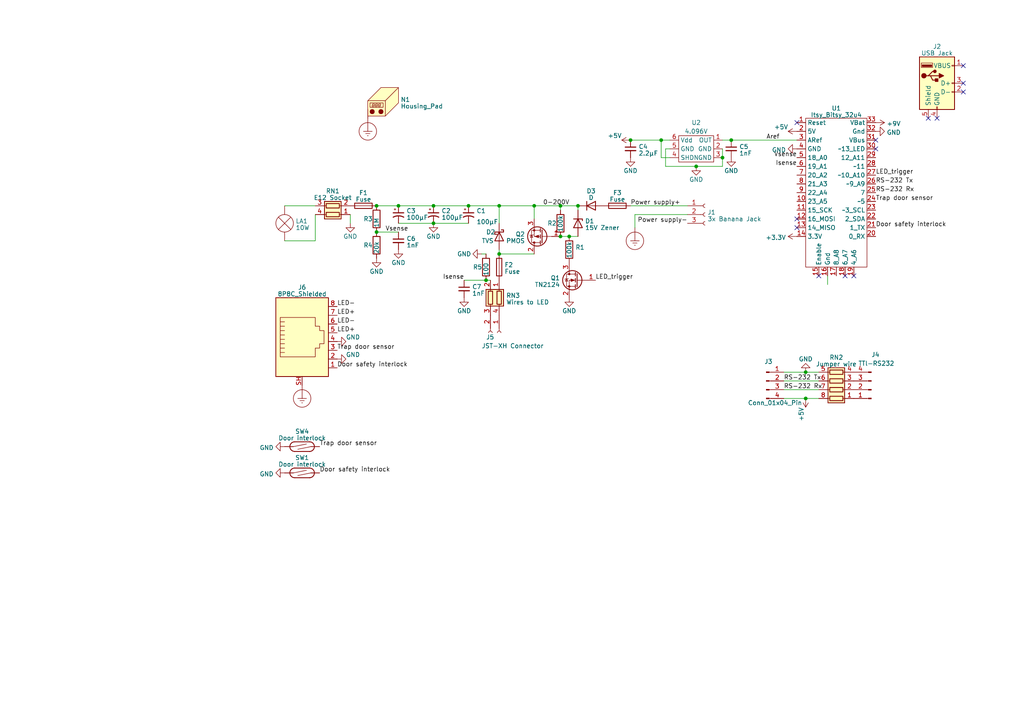
<source format=kicad_sch>
(kicad_sch (version 20230121) (generator eeschema)
  (paper "A4")
  (lib_symbols
    (symbol "Connector:8P8C_Shielded" (pin_names (offset 1.016))
      (property "Reference" "J" (at -5.08 13.97 0))
      (property "Value" "8P8C_Shielded" (at 2.54 13.97 0))
      (symbol "8P8C_Shielded_0_1"
        (polyline (pts (xy -5.08 4.445) (xy -6.35 4.445)))
        (polyline (pts (xy -5.08 5.715) (xy -6.35 5.715)))
        (polyline (pts (xy -6.35 -3.175) (xy -5.08 -3.175) (xy -5.08 -3.175)))
        (polyline (pts (xy -6.35 -1.905) (xy -5.08 -1.905) (xy -5.08 -1.905)))
        (polyline (pts (xy -6.35 -0.635) (xy -5.08 -0.635) (xy -5.08 -0.635)))
        (polyline (pts (xy -6.35 0.635) (xy -5.08 0.635) (xy -5.08 0.635)))
        (polyline (pts (xy -6.35 1.905) (xy -5.08 1.905) (xy -5.08 1.905)))
        (polyline (pts (xy -5.08 3.175) (xy -6.35 3.175) (xy -6.35 3.175)))
        (polyline (pts (xy -6.35 -4.445) (xy -6.35 6.985) (xy 3.81 6.985) (xy 3.81 4.445) (xy 5.08 4.445) (xy 5.08 3.175) (xy 6.35 3.175) (xy 6.35 -0.635) (xy 5.08 -0.635) (xy 5.08 -1.905) (xy 3.81 -1.905) (xy 3.81 -4.445) (xy -6.35 -4.445) (xy -6.35 -4.445)))
        (rectangle (start 7.62 12.7) (end -7.62 -10.16) (stroke (width 0.254)) (fill (type background)))
      )
      (symbol "8P8C_Shielded_1_1"
        (pin passive line (at 10.16 -7.62 180) (length 2.54) (name "~") (number "1"))
        (pin passive line (at 10.16 -5.08 180) (length 2.54) (name "~") (number "2"))
        (pin passive line (at 10.16 -2.54 180) (length 2.54) (name "~") (number "3"))
        (pin passive line (at 10.16 0 180) (length 2.54) (name "~") (number "4"))
        (pin passive line (at 10.16 2.54 180) (length 2.54) (name "~") (number "5"))
        (pin passive line (at 10.16 5.08 180) (length 2.54) (name "~") (number "6"))
        (pin passive line (at 10.16 7.62 180) (length 2.54) (name "~") (number "7"))
        (pin passive line (at 10.16 10.16 180) (length 2.54) (name "~") (number "8"))
        (pin passive line (at 0 -12.7 90) (length 2.54) (name "~") (number "SH"))
      )
    )
    (symbol "Connector:Conn_01x02_Socket" (pin_names (offset 1.016) hide)
      (property "Reference" "J" (at 0 2.54 0))
      (property "Value" "Conn_01x02_Socket" (at 0 -5.08 0))
      (symbol "Conn_01x02_Socket_1_1"
        (arc (start 0 -2.032) (mid -0.5058 -2.54) (end 0 -3.048) (stroke (width 0.1524)))
        (polyline (pts (xy -1.27 -2.54) (xy -0.508 -2.54)) (stroke (width 0.1524)))
        (polyline (pts (xy -1.27 0) (xy -0.508 0)) (stroke (width 0.1524)))
        (arc (start 0 0.508) (mid -0.5058 0) (end 0 -0.508) (stroke (width 0.1524)))
        (pin passive line (at -5.08 0 0) (length 3.81) (name "Pin_1") (number "1"))
        (pin passive line (at -5.08 -2.54 0) (length 3.81) (name "Pin_2") (number "2"))
      )
    )
    (symbol "Connector:Conn_01x03_Socket" (pin_names (offset 1.016) hide)
      (property "Reference" "J" (at 0 5.08 0))
      (property "Value" "Conn_01x03_Socket" (at 0 -5.08 0))
      (symbol "Conn_01x03_Socket_1_1"
        (arc (start 0 -2.032) (mid -0.5058 -2.54) (end 0 -3.048) (stroke (width 0.1524)))
        (polyline (pts (xy -1.27 -2.54) (xy -0.508 -2.54)) (stroke (width 0.1524)))
        (polyline (pts (xy -1.27 0) (xy -0.508 0)) (stroke (width 0.1524)))
        (polyline (pts (xy -1.27 2.54) (xy -0.508 2.54)) (stroke (width 0.1524)))
        (arc (start 0 0.508) (mid -0.5058 0) (end 0 -0.508) (stroke (width 0.1524)))
        (arc (start 0 3.048) (mid -0.5058 2.54) (end 0 2.032) (stroke (width 0.1524)))
        (pin passive line (at -5.08 2.54 0) (length 3.81) (name "Pin_1") (number "1"))
        (pin passive line (at -5.08 0 0) (length 3.81) (name "Pin_2") (number "2"))
        (pin passive line (at -5.08 -2.54 0) (length 3.81) (name "Pin_3") (number "3"))
      )
    )
    (symbol "Connector:Conn_01x04_Pin" (pin_names (offset 1.016) hide)
      (property "Reference" "J" (at 0 5.08 0))
      (property "Value" "Conn_01x04_Pin" (at 0 -7.62 0))
      (symbol "Conn_01x04_Pin_1_1"
        (polyline (pts (xy 1.27 -5.08) (xy 0.8636 -5.08)) (stroke (width 0.1524)))
        (polyline (pts (xy 1.27 -2.54) (xy 0.8636 -2.54)) (stroke (width 0.1524)))
        (polyline (pts (xy 1.27 0) (xy 0.8636 0)) (stroke (width 0.1524)))
        (polyline (pts (xy 1.27 2.54) (xy 0.8636 2.54)) (stroke (width 0.1524)))
        (rectangle (start 0.8636 -4.953) (end 0 -5.207) (stroke (width 0.1524)) (fill (type outline)))
        (rectangle (start 0.8636 -2.413) (end 0 -2.667) (stroke (width 0.1524)) (fill (type outline)))
        (rectangle (start 0.8636 0.127) (end 0 -0.127) (stroke (width 0.1524)) (fill (type outline)))
        (rectangle (start 0.8636 2.667) (end 0 2.413) (stroke (width 0.1524)) (fill (type outline)))
        (pin passive line (at 5.08 2.54 180) (length 3.81) (name "Pin_1") (number "1"))
        (pin passive line (at 5.08 0 180) (length 3.81) (name "Pin_2") (number "2"))
        (pin passive line (at 5.08 -2.54 180) (length 3.81) (name "Pin_3") (number "3"))
        (pin passive line (at 5.08 -5.08 180) (length 3.81) (name "Pin_4") (number "4"))
      )
    )
    (symbol "Connector:USB_A" (pin_names (offset 1.016))
      (property "Reference" "J" (at -5.08 11.43 0))
      (property "Value" "USB_A" (at -5.08 8.89 0))
      (symbol "USB_A_0_1"
        (rectangle (start -5.08 -7.62) (end 5.08 7.62) (stroke (width 0.254)) (fill (type background)))
        (circle (center -3.81 2.159) (radius 0.635) (stroke (width 0.254)) (fill (type outline)))
        (rectangle (start -1.524 4.826) (end -4.318 5.334) (fill (type outline)))
        (rectangle (start -1.27 4.572) (end -4.572 5.842))
        (circle (center -0.635 3.429) (radius 0.381) (stroke (width 0.254)) (fill (type outline)))
        (rectangle (start -0.127 -7.62) (end 0.127 -6.858))
        (polyline (pts (xy -3.175 2.159) (xy -2.54 2.159) (xy -1.27 3.429) (xy -0.635 3.429)) (stroke (width 0.254)))
        (polyline (pts (xy -2.54 2.159) (xy -1.905 2.159) (xy -1.27 0.889) (xy 0 0.889)) (stroke (width 0.254)))
        (polyline (pts (xy 0.635 2.794) (xy 0.635 1.524) (xy 1.905 2.159) (xy 0.635 2.794)) (stroke (width 0.254)) (fill (type outline)))
        (rectangle (start 0.254 1.27) (end -0.508 0.508) (stroke (width 0.254)) (fill (type outline)))
        (rectangle (start 5.08 -2.667) (end 4.318 -2.413))
        (rectangle (start 5.08 -0.127) (end 4.318 0.127))
        (rectangle (start 5.08 4.953) (end 4.318 5.207))
      )
      (symbol "USB_A_1_1"
        (polyline (pts (xy -1.905 2.159) (xy 0.635 2.159)) (stroke (width 0.254)))
        (pin power_in line (at 7.62 5.08 180) (length 2.54) (name "VBUS") (number "1"))
        (pin bidirectional line (at 7.62 -2.54 180) (length 2.54) (name "D-") (number "2"))
        (pin bidirectional line (at 7.62 0 180) (length 2.54) (name "D+") (number "3"))
        (pin power_in line (at 0 -10.16 90) (length 2.54) (name "GND") (number "4"))
        (pin passive line (at -2.54 -10.16 90) (length 2.54) (name "Shield") (number "5"))
      )
    )
    (symbol "Custom:Vref"
      (property "Reference" "U" (at 0 0 0))
      (symbol "Vref_0_1"
        (rectangle (start -3.81 -1.27) (end 6.35 -8.89))
      )
      (symbol "Vref_1_1"
        (pin input line (at -6.35 -2.54 0) (length 2.54) (name "OUT") (number "1"))
        (pin input line (at -6.35 -5.08 0) (length 2.54) (name "GND") (number "2"))
        (pin input line (at -6.35 -7.62 0) (length 2.54) (name "GND") (number "3"))
        (pin input line (at 8.89 -7.62 180) (length 2.54) (name "SHDN") (number "4"))
        (pin input line (at 8.89 -5.08 180) (length 2.54) (name "GND") (number "5"))
        (pin input line (at 8.89 -2.54 180) (length 2.54) (name "Vdd") (number "6"))
      )
    )
    (symbol "Device:C_Polarized_Small_US" (pin_numbers hide) (pin_names (offset 0.254) hide)
      (property "Reference" "C" (at 0.254 1.778 0))
      (property "Value" "C_Polarized_Small_US" (at 0.254 -2.032 0))
      (symbol "C_Polarized_Small_US_0_1"
        (polyline (pts (xy -1.524 0.508) (xy 1.524 0.508)) (stroke (width 0.3048)))
        (polyline (pts (xy -1.27 1.524) (xy -0.762 1.524)))
        (polyline (pts (xy -1.016 1.27) (xy -1.016 1.778)))
        (arc (start 1.524 -0.762) (mid 0 -0.3734) (end -1.524 -0.762) (stroke (width 0.3048)))
      )
      (symbol "C_Polarized_Small_US_1_1"
        (pin passive line (at 0 2.54 270) (length 2.032) (name "~") (number "1"))
        (pin passive line (at 0 -2.54 90) (length 2.032) (name "~") (number "2"))
      )
    )
    (symbol "Device:C_Small" (pin_numbers hide) (pin_names (offset 0.254) hide)
      (property "Reference" "C" (at 0.254 1.778 0))
      (property "Value" "C_Small" (at 0.254 -2.032 0))
      (symbol "C_Small_0_1"
        (polyline (pts (xy -1.524 -0.508) (xy 1.524 -0.508)) (stroke (width 0.3302)))
        (polyline (pts (xy -1.524 0.508) (xy 1.524 0.508)) (stroke (width 0.3048)))
      )
      (symbol "C_Small_1_1"
        (pin passive line (at 0 2.54 270) (length 2.032) (name "~") (number "1"))
        (pin passive line (at 0 -2.54 90) (length 2.032) (name "~") (number "2"))
      )
    )
    (symbol "Device:D" (pin_numbers hide) (pin_names (offset 1.016) hide)
      (property "Reference" "D" (at 0 2.54 0))
      (property "Value" "D" (at 0 -2.54 0))
      (symbol "D_0_1"
        (polyline (pts (xy -1.27 1.27) (xy -1.27 -1.27)) (stroke (width 0.254)))
        (polyline (pts (xy 1.27 0) (xy -1.27 0)))
        (polyline (pts (xy 1.27 1.27) (xy 1.27 -1.27) (xy -1.27 0) (xy 1.27 1.27)) (stroke (width 0.254)))
      )
      (symbol "D_1_1"
        (pin passive line (at -3.81 0 0) (length 2.54) (name "K") (number "1"))
        (pin passive line (at 3.81 0 180) (length 2.54) (name "A") (number "2"))
      )
    )
    (symbol "Device:D_Schottky" (pin_numbers hide) (pin_names (offset 1.016) hide)
      (property "Reference" "D" (at 0 2.54 0))
      (property "Value" "D_Schottky" (at 0 -2.54 0))
      (symbol "D_Schottky_0_1"
        (polyline (pts (xy 1.27 0) (xy -1.27 0)))
        (polyline (pts (xy 1.27 1.27) (xy 1.27 -1.27) (xy -1.27 0) (xy 1.27 1.27)) (stroke (width 0.254)))
        (polyline (pts (xy -1.905 0.635) (xy -1.905 1.27) (xy -1.27 1.27) (xy -1.27 -1.27) (xy -0.635 -1.27) (xy -0.635 -0.635)) (stroke (width 0.254)))
      )
      (symbol "D_Schottky_1_1"
        (pin passive line (at -3.81 0 0) (length 2.54) (name "K") (number "1"))
        (pin passive line (at 3.81 0 180) (length 2.54) (name "A") (number "2"))
      )
    )
    (symbol "Device:D_Zener" (pin_numbers hide) (pin_names (offset 1.016) hide)
      (property "Reference" "D" (at 0 2.54 0))
      (property "Value" "D_Zener" (at 0 -2.54 0))
      (symbol "D_Zener_0_1"
        (polyline (pts (xy 1.27 0) (xy -1.27 0)))
        (polyline (pts (xy -1.27 -1.27) (xy -1.27 1.27) (xy -0.762 1.27)) (stroke (width 0.254)))
        (polyline (pts (xy 1.27 -1.27) (xy 1.27 1.27) (xy -1.27 0) (xy 1.27 -1.27)) (stroke (width 0.254)))
      )
      (symbol "D_Zener_1_1"
        (pin passive line (at -3.81 0 0) (length 2.54) (name "K") (number "1"))
        (pin passive line (at 3.81 0 180) (length 2.54) (name "A") (number "2"))
      )
    )
    (symbol "Device:Fuse" (pin_numbers hide) (pin_names (offset 0))
      (property "Reference" "F" (at 2.032 0 90))
      (property "Value" "Fuse" (at -1.905 0 90))
      (symbol "Fuse_0_1"
        (rectangle (start -0.762 -2.54) (end 0.762 2.54) (stroke (width 0.254)))
        (polyline (pts (xy 0 2.54) (xy 0 -2.54)))
      )
      (symbol "Fuse_1_1"
        (pin passive line (at 0 3.81 270) (length 1.27) (name "~") (number "1"))
        (pin passive line (at 0 -3.81 90) (length 1.27) (name "~") (number "2"))
      )
    )
    (symbol "Device:Lamp" (pin_numbers hide) (pin_names (offset 0.0254) hide)
      (property "Reference" "LA" (at 0.635 3.81 0))
      (property "Value" "Lamp" (at 0.635 -3.81 0))
      (symbol "Lamp_0_1"
        (polyline (pts (xy -1.778 1.778) (xy 1.778 -1.778)))
        (polyline (pts (xy 1.778 1.778) (xy -1.778 -1.778)))
        (circle (center 0 0) (radius 2.54))
      )
      (symbol "Lamp_1_1"
        (pin passive line (at 0 -5.08 90) (length 2.54) (name "-") (number "1"))
        (pin passive line (at 0 5.08 270) (length 2.54) (name "+") (number "2"))
      )
    )
    (symbol "Device:Q_NMOS_GSD" (pin_names (offset 0) hide)
      (property "Reference" "Q" (at 5.08 1.27 0))
      (property "Value" "Q_NMOS_GSD" (at 5.08 -1.27 0))
      (symbol "Q_NMOS_GSD_0_1"
        (polyline (pts (xy 0.254 0) (xy -2.54 0)))
        (polyline (pts (xy 0.254 1.905) (xy 0.254 -1.905)) (stroke (width 0.254)))
        (polyline (pts (xy 0.762 -1.27) (xy 0.762 -2.286)) (stroke (width 0.254)))
        (polyline (pts (xy 0.762 0.508) (xy 0.762 -0.508)) (stroke (width 0.254)))
        (polyline (pts (xy 0.762 2.286) (xy 0.762 1.27)) (stroke (width 0.254)))
        (polyline (pts (xy 2.54 2.54) (xy 2.54 1.778)))
        (polyline (pts (xy 2.54 -2.54) (xy 2.54 0) (xy 0.762 0)))
        (polyline (pts (xy 0.762 -1.778) (xy 3.302 -1.778) (xy 3.302 1.778) (xy 0.762 1.778)))
        (polyline (pts (xy 1.016 0) (xy 2.032 0.381) (xy 2.032 -0.381) (xy 1.016 0)) (fill (type outline)))
        (polyline (pts (xy 2.794 0.508) (xy 2.921 0.381) (xy 3.683 0.381) (xy 3.81 0.254)))
        (polyline (pts (xy 3.302 0.381) (xy 2.921 -0.254) (xy 3.683 -0.254) (xy 3.302 0.381)))
        (circle (center 1.651 0) (radius 2.794) (stroke (width 0.254)))
        (circle (center 2.54 -1.778) (radius 0.254) (fill (type outline)))
        (circle (center 2.54 1.778) (radius 0.254) (fill (type outline)))
      )
      (symbol "Q_NMOS_GSD_1_1"
        (pin input line (at -5.08 0 0) (length 2.54) (name "G") (number "1"))
        (pin passive line (at 2.54 -5.08 90) (length 2.54) (name "S") (number "2"))
        (pin passive line (at 2.54 5.08 270) (length 2.54) (name "D") (number "3"))
      )
    )
    (symbol "Device:Q_PMOS_GDS" (pin_names (offset 0) hide)
      (property "Reference" "Q" (at 5.08 1.27 0))
      (property "Value" "Q_PMOS_GDS" (at 5.08 -1.27 0))
      (symbol "Q_PMOS_GDS_0_1"
        (polyline (pts (xy 0.254 0) (xy -2.54 0)))
        (polyline (pts (xy 0.254 1.905) (xy 0.254 -1.905)) (stroke (width 0.254)))
        (polyline (pts (xy 0.762 -1.27) (xy 0.762 -2.286)) (stroke (width 0.254)))
        (polyline (pts (xy 0.762 0.508) (xy 0.762 -0.508)) (stroke (width 0.254)))
        (polyline (pts (xy 0.762 2.286) (xy 0.762 1.27)) (stroke (width 0.254)))
        (polyline (pts (xy 2.54 2.54) (xy 2.54 1.778)))
        (polyline (pts (xy 2.54 -2.54) (xy 2.54 0) (xy 0.762 0)))
        (polyline (pts (xy 0.762 1.778) (xy 3.302 1.778) (xy 3.302 -1.778) (xy 0.762 -1.778)))
        (polyline (pts (xy 2.286 0) (xy 1.27 0.381) (xy 1.27 -0.381) (xy 2.286 0)) (fill (type outline)))
        (polyline (pts (xy 2.794 -0.508) (xy 2.921 -0.381) (xy 3.683 -0.381) (xy 3.81 -0.254)))
        (polyline (pts (xy 3.302 -0.381) (xy 2.921 0.254) (xy 3.683 0.254) (xy 3.302 -0.381)))
        (circle (center 1.651 0) (radius 2.794) (stroke (width 0.254)))
        (circle (center 2.54 -1.778) (radius 0.254) (fill (type outline)))
        (circle (center 2.54 1.778) (radius 0.254) (fill (type outline)))
      )
      (symbol "Q_PMOS_GDS_1_1"
        (pin input line (at -5.08 0 0) (length 2.54) (name "G") (number "1"))
        (pin passive line (at 2.54 5.08 270) (length 2.54) (name "D") (number "2"))
        (pin passive line (at 2.54 -5.08 90) (length 2.54) (name "S") (number "3"))
      )
    )
    (symbol "Device:R" (pin_numbers hide) (pin_names (offset 0))
      (property "Reference" "R" (at 2.032 0 90))
      (property "Value" "R" (at 0 0 90))
      (symbol "R_0_1"
        (rectangle (start -1.016 -2.54) (end 1.016 2.54) (stroke (width 0.254)))
      )
      (symbol "R_1_1"
        (pin passive line (at 0 3.81 270) (length 1.27) (name "~") (number "1"))
        (pin passive line (at 0 -3.81 90) (length 1.27) (name "~") (number "2"))
      )
    )
    (symbol "Device:R_Pack02" (pin_names (offset 0) hide)
      (property "Reference" "RN" (at -5.08 0 90))
      (property "Value" "R_Pack02" (at 2.54 0 90))
      (symbol "R_Pack02_0_1"
        (rectangle (start -3.81 -2.413) (end 1.27 2.413) (stroke (width 0.254)) (fill (type background)))
        (rectangle (start -3.175 1.905) (end -1.905 -1.905) (stroke (width 0.254)))
        (rectangle (start -0.635 1.905) (end 0.635 -1.905) (stroke (width 0.254)))
        (polyline (pts (xy -2.54 -2.54) (xy -2.54 -1.905)))
        (polyline (pts (xy -2.54 1.905) (xy -2.54 2.54)))
        (polyline (pts (xy 0 -2.54) (xy 0 -1.905)))
        (polyline (pts (xy 0 1.905) (xy 0 2.54)))
      )
      (symbol "R_Pack02_1_1"
        (pin passive line (at -2.54 -5.08 90) (length 2.54) (name "R1.1") (number "1"))
        (pin passive line (at 0 -5.08 90) (length 2.54) (name "R2.1") (number "2"))
        (pin passive line (at 0 5.08 270) (length 2.54) (name "R2.2") (number "3"))
        (pin passive line (at -2.54 5.08 270) (length 2.54) (name "R1.2") (number "4"))
      )
    )
    (symbol "Device:R_Pack04" (pin_names (offset 0) hide)
      (property "Reference" "RN" (at -7.62 0 90))
      (property "Value" "R_Pack04" (at 5.08 0 90))
      (symbol "R_Pack04_0_1"
        (rectangle (start -6.35 -2.413) (end 3.81 2.413) (stroke (width 0.254)) (fill (type background)))
        (rectangle (start -5.715 1.905) (end -4.445 -1.905) (stroke (width 0.254)))
        (rectangle (start -3.175 1.905) (end -1.905 -1.905) (stroke (width 0.254)))
        (rectangle (start -0.635 1.905) (end 0.635 -1.905) (stroke (width 0.254)))
        (polyline (pts (xy -5.08 -2.54) (xy -5.08 -1.905)))
        (polyline (pts (xy -5.08 1.905) (xy -5.08 2.54)))
        (polyline (pts (xy -2.54 -2.54) (xy -2.54 -1.905)))
        (polyline (pts (xy -2.54 1.905) (xy -2.54 2.54)))
        (polyline (pts (xy 0 -2.54) (xy 0 -1.905)))
        (polyline (pts (xy 0 1.905) (xy 0 2.54)))
        (polyline (pts (xy 2.54 -2.54) (xy 2.54 -1.905)))
        (polyline (pts (xy 2.54 1.905) (xy 2.54 2.54)))
        (rectangle (start 1.905 1.905) (end 3.175 -1.905) (stroke (width 0.254)))
      )
      (symbol "R_Pack04_1_1"
        (pin passive line (at -5.08 -5.08 90) (length 2.54) (name "R1.1") (number "1"))
        (pin passive line (at -2.54 -5.08 90) (length 2.54) (name "R2.1") (number "2"))
        (pin passive line (at 0 -5.08 90) (length 2.54) (name "R3.1") (number "3"))
        (pin passive line (at 2.54 -5.08 90) (length 2.54) (name "R4.1") (number "4"))
        (pin passive line (at 2.54 5.08 270) (length 2.54) (name "R4.2") (number "5"))
        (pin passive line (at 0 5.08 270) (length 2.54) (name "R3.2") (number "6"))
        (pin passive line (at -2.54 5.08 270) (length 2.54) (name "R2.2") (number "7"))
        (pin passive line (at -5.08 5.08 270) (length 2.54) (name "R1.2") (number "8"))
      )
    )
    (symbol "Mechanical:Housing_Pad" (pin_numbers hide) (pin_names (offset 1.016) hide)
      (property "Reference" "N" (at 4.445 0 0))
      (property "Value" "Housing_Pad" (at 4.445 -1.905 0))
      (symbol "Housing_Pad_0_1"
        (rectangle (start -4.445 -0.635) (end -0.635 -1.905))
        (circle (center -3.81 -3.175) (radius 0.635) (fill (type outline)))
        (circle (center -1.27 -3.175) (radius 0.635) (fill (type outline)))
        (polyline (pts (xy -3.8862 -1.5748) (xy -3.8354 -1.3716)))
        (polyline (pts (xy -3.7846 -1.6764) (xy -3.429 -1.6764)))
        (polyline (pts (xy -3.7846 -1.2192) (xy -3.7338 -0.9652)))
        (polyline (pts (xy -3.683 -1.3208) (xy -3.3782 -1.3208)))
        (polyline (pts (xy -3.5814 -0.9144) (xy -3.2766 -0.9144)))
        (polyline (pts (xy -3.2766 -1.6256) (xy -3.2258 -1.3716)))
        (polyline (pts (xy -3.175 -1.2192) (xy -3.1242 -0.9652)))
        (polyline (pts (xy -2.9718 -1.5748) (xy -2.921 -1.3716)))
        (polyline (pts (xy -2.8702 -1.6764) (xy -2.5146 -1.6764)))
        (polyline (pts (xy -2.8702 -1.2192) (xy -2.8194 -0.9652)))
        (polyline (pts (xy -2.7686 -1.3208) (xy -2.4638 -1.3208)))
        (polyline (pts (xy -2.667 -0.9144) (xy -2.3622 -0.9144)))
        (polyline (pts (xy -2.3622 -1.6256) (xy -2.3114 -1.3716)))
        (polyline (pts (xy -2.2606 -1.2192) (xy -2.2098 -0.9652)))
        (polyline (pts (xy -2.0574 -1.5748) (xy -2.0066 -1.3716)))
        (polyline (pts (xy -1.9558 -1.6764) (xy -1.6002 -1.6764)))
        (polyline (pts (xy -1.9558 -1.2192) (xy -1.905 -0.9652)))
        (polyline (pts (xy -1.8542 -1.3208) (xy -1.5494 -1.3208)))
        (polyline (pts (xy -1.7526 -0.9144) (xy -1.4478 -0.9144)))
        (polyline (pts (xy -1.4478 -1.6256) (xy -1.397 -1.3716)))
        (polyline (pts (xy -1.3462 -1.2192) (xy -1.2954 -0.9652)))
        (polyline (pts (xy 0 0) (xy 0 -4.445)))
        (polyline (pts (xy -5.08 0) (xy 0 0) (xy 3.81 3.81)))
        (polyline (pts (xy -5.08 0) (xy -5.08 -4.445) (xy 0 -4.445) (xy 3.81 -0.635) (xy 3.81 3.81) (xy -1.27 3.81) (xy -5.08 0)) (fill (type background)))
      )
      (symbol "Housing_Pad_1_1"
        (pin input line (at -5.08 -5.08 90) (length 2.54) (name "PAD") (number "1"))
      )
    )
    (symbol "Switch:SW_Reed" (pin_numbers hide) (pin_names (offset 0) hide)
      (property "Reference" "SW" (at 0 2.54 0))
      (property "Value" "SW_Reed" (at 0 -2.54 0))
      (symbol "SW_Reed_0_0"
        (arc (start -2.159 1.397) (mid -3.55 0) (end -2.159 -1.397) (stroke (width 0.254)))
        (polyline (pts (xy -2.54 0) (xy 1.27 0.762)))
        (polyline (pts (xy -2.159 -1.397) (xy 2.286 -1.397)) (stroke (width 0.254)))
        (polyline (pts (xy 2.159 1.397) (xy -2.159 1.397)) (stroke (width 0.254)))
        (polyline (pts (xy 2.54 0) (xy -1.27 -0.762)))
        (arc (start 2.159 -1.397) (mid 3.55 0) (end 2.159 1.397) (stroke (width 0.254)))
      )
      (symbol "SW_Reed_1_1"
        (pin passive line (at -5.08 0 0) (length 2.54) (name "1") (number "1"))
        (pin passive line (at 5.08 0 180) (length 2.54) (name "2") (number "2"))
      )
    )
    (symbol "custom:Itsy_Bitsy_32u4"
      (property "Reference" "U" (at 10.16 5.08 0))
      (property "Value" "Itsy_Bitsy_32u4" (at 11.43 2.54 0))
      (symbol "Itsy_Bitsy_32u4_0_0"
        (pin input line (at 0 0 0) (length 2.54) (name "Reset") (number "1"))
        (pin input line (at 0 -22.86 0) (length 2.54) (name "23_A5") (number "10"))
        (pin input line (at 0 -25.4 0) (length 2.54) (name "15_SCK") (number "11"))
        (pin input line (at 0 -27.94 0) (length 2.54) (name "16_MOSI") (number "12"))
        (pin input line (at 0 -30.48 0) (length 2.54) (name "14_MISO") (number "13"))
        (pin input line (at 0 -33.02 0) (length 2.54) (name "3.3V") (number "14"))
        (pin input line (at 6.35 -44.45 90) (length 2.54) (name "Enable") (number "15"))
        (pin power_in line (at 8.89 -44.45 90) (length 2.54) (name "Gnd") (number "16"))
        (pin input line (at 11.43 -44.45 90) (length 2.54) (name "8_A8") (number "17"))
        (pin input line (at 13.97 -44.45 90) (length 2.54) (name "6_A7") (number "18"))
        (pin input line (at 16.51 -44.45 90) (length 2.54) (name "4_A6") (number "19"))
        (pin power_in line (at 0 -2.54 0) (length 2.54) (name "5V") (number "2"))
        (pin input line (at 22.86 -33.02 180) (length 2.54) (name "0_RX") (number "20"))
        (pin input line (at 22.86 -30.48 180) (length 2.54) (name "1_TX") (number "21"))
        (pin input line (at 22.86 -27.94 180) (length 2.54) (name "2_SDA") (number "22"))
        (pin input line (at 22.86 -25.4 180) (length 2.54) (name "~3_SCL") (number "23"))
        (pin input line (at 22.86 -22.86 180) (length 2.54) (name "~5") (number "24"))
        (pin input line (at 22.86 -20.32 180) (length 2.54) (name "7") (number "25"))
        (pin input line (at 22.86 -17.78 180) (length 2.54) (name "~9_A9") (number "26"))
        (pin input line (at 22.86 -15.24 180) (length 2.54) (name "~10_A10") (number "27"))
        (pin input line (at 22.86 -12.7 180) (length 2.54) (name "~11") (number "28"))
        (pin input line (at 22.86 -10.16 180) (length 2.54) (name "12_A11") (number "29"))
        (pin input line (at 0 -5.08 0) (length 2.54) (name "ARef") (number "3"))
        (pin input line (at 22.86 -7.62 180) (length 2.54) (name "~13_LED") (number "30"))
        (pin power_in line (at 22.86 -5.08 180) (length 2.54) (name "VBus") (number "31"))
        (pin power_in line (at 22.86 -2.54 180) (length 2.54) (name "Gnd") (number "32"))
        (pin power_in line (at 22.86 0 180) (length 2.54) (name "VBat") (number "33"))
        (pin power_in line (at 0 -7.62 0) (length 2.54) (name "GND") (number "4"))
        (pin input line (at 0 -10.16 0) (length 2.54) (name "18_A0") (number "5"))
        (pin input line (at 0 -12.7 0) (length 2.54) (name "19_A1") (number "6"))
        (pin input line (at 0 -15.24 0) (length 2.54) (name "20_A2") (number "7"))
        (pin input line (at 0 -17.78 0) (length 2.54) (name "21_A3") (number "8"))
        (pin input line (at 0 -20.32 0) (length 2.54) (name "22_A4") (number "9"))
      )
      (symbol "Itsy_Bitsy_32u4_0_1"
        (rectangle (start 2.54 1.27) (end 20.32 -41.91))
      )
    )
    (symbol "power:+3.3V" (power) (pin_names (offset 0))
      (property "Value" "+3.3V" (at 0 3.556 0))
      (symbol "+3.3V_0_1"
        (polyline (pts (xy -0.762 1.27) (xy 0 2.54)))
        (polyline (pts (xy 0 0) (xy 0 2.54)))
        (polyline (pts (xy 0 2.54) (xy 0.762 1.27)))
      )
      (symbol "+3.3V_1_1"
        (pin power_in line (at 0 0 90) (length 0) hide (name "+3.3V") (number "1"))
      )
    )
    (symbol "power:+5V" (power) (pin_names (offset 0))
      (property "Value" "+5V" (at 0 3.556 0))
      (symbol "+5V_0_1"
        (polyline (pts (xy -0.762 1.27) (xy 0 2.54)))
        (polyline (pts (xy 0 0) (xy 0 2.54)))
        (polyline (pts (xy 0 2.54) (xy 0.762 1.27)))
      )
      (symbol "+5V_1_1"
        (pin power_in line (at 0 0 90) (length 0) hide (name "+5V") (number "1"))
      )
    )
    (symbol "power:+9V" (power) (pin_names (offset 0))
      (property "Value" "+9V" (at 0 3.556 0))
      (symbol "+9V_0_1"
        (polyline (pts (xy -0.762 1.27) (xy 0 2.54)))
        (polyline (pts (xy 0 0) (xy 0 2.54)))
        (polyline (pts (xy 0 2.54) (xy 0.762 1.27)))
      )
      (symbol "+9V_1_1"
        (pin power_in line (at 0 0 90) (length 0) hide (name "+9V") (number "1"))
      )
    )
    (symbol "power:Earth_Protective" (power) (pin_names (offset 0))
      (symbol "Earth_Protective_0_1"
        (circle (center 0 -3.81) (radius 2.54))
        (polyline (pts (xy -0.635 -4.445) (xy 0.635 -4.445)))
        (polyline (pts (xy -0.127 -5.08) (xy 0.127 -5.08)))
        (polyline (pts (xy 0 -3.81) (xy 0 0)))
        (polyline (pts (xy 1.27 -3.81) (xy -1.27 -3.81)))
      )
      (symbol "Earth_Protective_1_1"
        (pin power_in line (at 0 0 270) (length 0) hide (name "Earth_Protective") (number "1"))
      )
    )
    (symbol "power:GND" (power) (pin_names (offset 0))
      (property "Value" "GND" (at 0 -3.81 0))
      (symbol "GND_0_1"
        (polyline (pts (xy 0 0) (xy 0 -1.27) (xy 1.27 -1.27) (xy 0 -2.54) (xy -1.27 -1.27) (xy 0 -1.27)))
      )
      (symbol "GND_1_1"
        (pin power_in line (at 0 0 270) (length 0) hide (name "GND") (number "1"))
      )
    )
  )
  (junction (at 162.56 68.58))
  (junction (at 154.94 59.69))
  (junction (at 144.78 73.66))
  (junction (at 201.93 48.26))
  (junction (at 182.88 40.64))
  (junction (at 115.57 59.69))
  (junction (at 140.97 81.28))
  (junction (at 167.64 59.69))
  (junction (at 233.68 115.57))
  (junction (at 125.73 59.69))
  (junction (at 135.89 59.69))
  (junction (at 162.56 59.69))
  (junction (at 212.09 40.64))
  (junction (at 191.77 40.64))
  (junction (at 209.55 45.72))
  (junction (at 109.22 67.31))
  (junction (at 109.22 59.69))
  (junction (at 165.1 68.58))
  (junction (at 125.73 64.77))
  (junction (at 233.68 107.95))
  (junction (at 144.78 59.69))
  (no_connect (at 279.4 19.05))
  (no_connect (at 231.14 35.56))
  (no_connect (at 279.4 26.67))
  (no_connect (at 231.14 63.5))
  (no_connect (at 245.11 80.01))
  (no_connect (at 271.78 34.29))
  (no_connect (at 247.65 80.01))
  (no_connect (at 254 43.18))
  (no_connect (at 237.49 80.01))
  (no_connect (at 254 40.64))
  (no_connect (at 269.24 34.29))
  (no_connect (at 231.14 66.04))
  (no_connect (at 279.4 24.13))
  (wire (pts (xy 227.33 107.95) (xy 233.68 107.95)))
  (wire (pts (xy 184.15 62.23) (xy 199.39 62.23)))
  (wire (pts (xy 144.78 72.39) (xy 144.78 73.66)))
  (wire (pts (xy 233.68 115.57) (xy 237.49 115.57)))
  (wire (pts (xy 193.04 48.26) (xy 201.93 48.26)))
  (wire (pts (xy 109.22 67.31) (xy 115.57 67.31)))
  (wire (pts (xy 115.57 64.77) (xy 125.73 64.77)))
  (wire (pts (xy 209.55 40.64) (xy 212.09 40.64)))
  (wire (pts (xy 194.31 43.18) (xy 193.04 43.18)))
  (wire (pts (xy 165.1 68.58) (xy 167.64 68.58)))
  (wire (pts (xy 82.55 69.85) (xy 91.44 69.85)))
  (wire (pts (xy 233.68 107.95) (xy 237.49 107.95)))
  (wire (pts (xy 227.33 113.03) (xy 237.49 113.03)))
  (wire (pts (xy 125.73 64.77) (xy 135.89 64.77)))
  (wire (pts (xy 134.62 81.28) (xy 140.97 81.28)))
  (wire (pts (xy 162.56 68.58) (xy 165.1 68.58)))
  (wire (pts (xy 82.55 59.69) (xy 91.44 59.69)))
  (wire (pts (xy 212.09 40.64) (xy 231.14 40.64)))
  (wire (pts (xy 144.78 73.66) (xy 154.94 73.66)))
  (wire (pts (xy 227.33 115.57) (xy 233.68 115.57)))
  (wire (pts (xy 240.03 80.01) (xy 240.03 82.55)))
  (wire (pts (xy 109.22 59.69) (xy 115.57 59.69)))
  (wire (pts (xy 162.56 59.69) (xy 162.56 60.96)))
  (wire (pts (xy 154.94 59.69) (xy 154.94 63.5)))
  (wire (pts (xy 115.57 59.69) (xy 125.73 59.69)))
  (wire (pts (xy 227.33 110.49) (xy 237.49 110.49)))
  (wire (pts (xy 101.6 62.23) (xy 101.6 64.77)))
  (wire (pts (xy 135.89 59.69) (xy 144.78 59.69)))
  (wire (pts (xy 182.88 59.69) (xy 199.39 59.69)))
  (wire (pts (xy 184.15 66.04) (xy 184.15 62.23)))
  (wire (pts (xy 139.7 73.66) (xy 140.97 73.66)))
  (wire (pts (xy 162.56 59.69) (xy 167.64 59.69)))
  (wire (pts (xy 91.44 69.85) (xy 91.44 62.23)))
  (wire (pts (xy 194.31 45.72) (xy 191.77 45.72)))
  (wire (pts (xy 209.55 48.26) (xy 209.55 45.72)))
  (wire (pts (xy 201.93 48.26) (xy 209.55 48.26)))
  (wire (pts (xy 125.73 59.69) (xy 135.89 59.69)))
  (wire (pts (xy 144.78 59.69) (xy 144.78 64.77)))
  (wire (pts (xy 167.64 59.69) (xy 167.64 60.96)))
  (wire (pts (xy 144.78 59.69) (xy 154.94 59.69)))
  (wire (pts (xy 191.77 40.64) (xy 194.31 40.64)))
  (wire (pts (xy 209.55 45.72) (xy 209.55 43.18)))
  (wire (pts (xy 191.77 45.72) (xy 191.77 40.64)))
  (wire (pts (xy 182.88 40.64) (xy 191.77 40.64)))
  (wire (pts (xy 154.94 59.69) (xy 162.56 59.69)))
  (wire (pts (xy 193.04 43.18) (xy 193.04 48.26)))
  (wire (pts (xy 140.97 81.28) (xy 142.24 81.28)))
  (text "Put power supply and board in enclosure with fan with high voltage warning sign.\n\n\n\n-Gradually ramp up voltage until current matches set current\n	-Check power supply current during voltage ramp\n		-If power supply overcurrent detected - turn off LED immediately and return error - short\n		-If power supply undercurrent detected above 30V - turn off LED immediately and return error - bulb out\n	-If door open - turn off LED immediately and return error\n	-If IR sensor closed - turn off LED immediately and return error\n	-If undercurrent detected - turn off LED immediately and return error\n\nHold power supply at set voltage or 30V (whichever is lower) until IR gate is unblocked (plunger retracted for blotting)\nMonitor power supply current while waiting for trigger event\n	-Check power supply current during hold\n		-If power supply overcurrent detected - turn off LED immediately and return error - short\n		-If power supply undercurrent detected - turn off LED immediately and return error - bulb out\n	-If door open - turn off LED immediately and return error\n	-If Isense current detected - turn off LED immediately and return error\nOnce Vsense matches set range - set indicator LED green\n\n-Record Isense at 100µs intervals during drop\n	-If overcurrent detected - turn off LED immediately and return error\n	-If door open - turn off LED immediately and return error\n	-If IR sensor closed - turn off LED immediately and return error\n	-If undercurrent detected - turn off LED immediately and return error\n\n-Return power supply to 0 volts when finished\n\nPut all interlocks on the same PORT\n\nLED Indications:\n-Solid red - system in standby\n-Steady red flash - system in standby - capacitor voltage >30V\n-Red flash sequence - error code\n-Flashing yellow - calibrating LED\n-Solid yellow - waiting for pushbutton to arm LEDs\n-Flashing green - waiting for stim sequence to start / getting LED ready for stim\n-Solid green - LED is armed, stim sequence started\n\n" (at 309.88 92.71 0) (effects (font (size 1.27 1.27)) (justify left bottom)))
  (label "Aref" (at 222.25 40.64 0))
  (label "LED_trigger" (at 172.72 81.28 0))
  (label "Isense" (at 134.62 81.28 180))
  (label "Power supply+" (at 182.88 59.69 0))
  (label "Door safety interlock" (at 254 66.04 0))
  (label "0-200V" (at 157.48 59.69 0))
  (label "LED+" (at 97.79 96.52 0))
  (label "LED-" (at 97.79 93.98 0))
  (label "Vsense" (at 231.14 45.72 180))
  (label "RS-232 Tx" (at 227.33 110.49 0))
  (label "Trap door sensor" (at 254 58.42 0))
  (label "RS-232 Rx" (at 254 55.88 0))
  (label "RS-232 Rx" (at 227.33 113.03 0))
  (label "LED+" (at 97.79 91.44 0))
  (label "LED_trigger" (at 254 50.8 0))
  (label "Door safety interlock" (at 97.79 106.68 0))
  (label "Vsense" (at 111.76 67.31 0))
  (label "Trap door sensor" (at 92.71 129.54 0))
  (label "LED-" (at 97.79 88.9 0))
  (label "Power supply-" (at 199.39 64.77 180))
  (label "Isense" (at 231.14 48.26 180))
  (label "RS-232 Tx" (at 254 53.34 0))
  (label "Trap door sensor" (at 97.79 101.6 0))
  (label "Door safety interlock" (at 92.71 137.16 0))
  (symbol (lib_id "Device:R") (at 109.22 63.5 0) (unit 1)
    (property "Reference" "R3" (at 105.41 63.5 0) (effects (justify left)))
    (property "Value" "1M" (at 109.22 66.04 90) (effects (justify left)))
    (property "Footprint" "Resistor_SMD:R_1206_3216Metric" (effects hide))
    (property "Datasheet" "https://www.seielect.com/catalog/sei-rncf.pdf" (effects hide))
    (property "Manufacturer" "Stackpole Electronics Inc" (effects hide))
    (property "Part" "RNCF1206BKE1M00" (effects hide))
  )
  (symbol (lib_id "power:GND") (at 115.57 72.39 0) (unit 1)
    (property "Reference" "#PWR019" (effects hide))
    (property "Value" "GND" (at 115.57 76.2 0))
  )
  (symbol (lib_id "power:GND") (at 134.62 86.36 0) (unit 1)
    (property "Reference" "#PWR020" (effects hide))
    (property "Value" "GND" (at 134.62 90.17 0))
  )
  (symbol (lib_id "Device:R_Pack02") (at 96.52 59.69 90) (unit 1)
    (property "Reference" "RN1" (at 96.52 55.4101 90))
    (property "Value" "E12 Socket" (at 96.52 57.3311 90))
    (property "Datasheet" "https://www.amazon.com/Ulikeled-Listed-Holder-Candelabra-Socket/dp/B0BFDQR4KC/ref=sr_1_8?crid=2DWPNPUZJPKJ&dib=eyJ2IjoiMSJ9.lxdk0NgUyc4Q4y-PEUBX-epJVlugxCVONeZgPK6XlsFPqrTc3hRfHMVMvvAYfepprkyz85KQRMukeeucTYz5QXbMwVNfDB4tSmvL1vyuFLLrVOmu5ULtgYkZI6uJVW3pAdXPTrsEzZe7RmRcXRULPUa-r4sXUe-wGH2rM2gO8Z8Dvh1FT7_QBzhBwZ_Pg3A_Kk_NiB1CM2lKCdPS_FaUUsA699wAKWzpZ8T-v8nCkpDRH1YP9aZMxl1CirDV8tLHDguBBMkUtVlrMOYZve_cm0MdjLjLBgobhuLBqBPk97I.LEGM4z7zaEsiKjAkv0EJXsXVgVDFb-y3Cq_rpROqlL8&dib_tag=se&keywords=candelabra+e12+socket&qid=1726271680&s=hi&sprefix=candelabra+e12+socket%2Ctools%2C137&sr=1-8#customerReviews" (effects hide))
    (property "Manufacturer" "Amazon" (effects hide))
    (property "Part" "B0BFDQR4KC" (effects hide))
  )
  (symbol (lib_id "power:Earth_Protective") (at 184.15 66.04 0) (unit 1)
    (property "Reference" "#PWR017" (effects hide))
    (property "Value" "Earth_Protective" (effects hide))
  )
  (symbol (lib_id "Connector:8P8C_Shielded") (at 87.63 99.06 0) (unit 1)
    (property "Reference" "J6" (at 87.63 83.3501 0))
    (property "Value" "8P8C_Shielded" (at 87.63 85.2711 0))
    (property "Footprint" "Custom footprints:AMPHENOL_RJE3A1881402N" (effects hide))
    (property "Datasheet" "https://cdn.amphenol-cs.com/media/wysiwyg/files/documentation/datasheet/inputoutput/io-modjack-rje3a-3b-n.pdf" (effects hide))
    (property "Manufacturer" "Amphenol ICC (Commercial Products)" (effects hide))
    (property "Part" "RJE3A1881402N" (effects hide))
  )
  (symbol (lib_id "Device:C_Small") (at 182.88 43.18 0) (unit 1)
    (property "Reference" "C4" (at 185.2041 42.5426 0) (effects (justify left)))
    (property "Value" "2.2µF" (at 185.2041 44.4636 0) (effects (justify left)))
    (property "Footprint" "Capacitor_SMD:C_0603_1608Metric" (effects hide))
    (property "Datasheet" "https://mm.digikey.com/Volume0/opasdata/d220001/medias/docus/421/CL10A225KO8NNNC_Spec.pdf" (effects hide))
    (property "Manufacturer" "Samsung Electro-Mechanics" (effects hide))
    (property "Part" "CL10A225KO8NNNC" (effects hide))
  )
  (symbol (lib_id "Device:C_Small") (at 115.57 69.85 0) (unit 1)
    (property "Reference" "C6" (at 117.8941 69.2126 0) (effects (justify left)))
    (property "Value" "1nF" (at 117.8941 71.1336 0) (effects (justify left)))
    (property "Footprint" "Capacitor_SMD:C_0603_1608Metric" (effects hide))
    (property "Datasheet" "https://search.kemet.com/download/datasheet/C0603C102K5RAC7867" (effects hide))
    (property "Manufacturer" "KEMET" (effects hide))
    (property "Part" "C0603C102K5RAC7867" (effects hide))
  )
  (symbol (lib_id "power:GND") (at 182.88 45.72 0) (unit 1)
    (property "Reference" "#PWR015" (effects hide))
    (property "Value" "GND" (at 182.88 49.53 0))
  )
  (symbol (lib_id "Custom:Vref") (at 203.2 38.1 0) (mirror y) (unit 1)
    (property "Reference" "U2" (at 201.93 35.56 0))
    (property "Value" "4.096V" (at 201.93 38.1 0))
    (property "Footprint" "Package_TO_SOT_SMD:SOT-23-6" (effects hide))
    (property "Datasheet" "https://ww1.microchip.com/downloads/aemDocuments/documents/MSLD/ProductDocuments/DataSheets/MCP1501-Data-Sheet-DS20005474F.pdf" (effects hide))
    (property "Manufacturer" "Microchip Technology" (effects hide))
    (property "Part" "MCP1501T-40E/CHY" (effects hide))
  )
  (symbol (lib_id "Device:R_Pack02") (at 142.24 86.36 180) (unit 1)
    (property "Reference" "RN3" (at 146.812 85.7163 0) (effects (justify right)))
    (property "Value" "Wires to LED" (at 146.812 87.6373 0) (effects (justify right)))
    (property "Datasheet" "https://www.jst-mfg.com/product/pdf/eng/eXH.pdf" (effects hide))
    (property "Manufacturer" "JST Sales America Inc." (effects hide))
    (property "Part" "SXH-001T-P0.6N" (effects hide))
  )
  (symbol (lib_id "power:GND") (at 233.68 107.95 180) (unit 1)
    (property "Reference" "#PWR06" (effects hide))
    (property "Value" "GND" (at 233.68 104.14 0))
  )
  (symbol (lib_id "Connector:USB_A") (at 271.78 24.13 0) (unit 1)
    (property "Reference" "J2" (at 271.78 13.5001 0))
    (property "Value" "USB Jack" (at 271.78 15.4211 0))
    (property "Datasheet" " https://cdn.sparkfun.com/assets/1/2/6/b/c/ACCA-2516_Model_6in.pdf" (effects hide))
    (property "Manufacturer" "SparkFun Electronics" (effects hide))
    (property "Part" "CAB-15463" (effects hide))
  )
  (symbol (lib_id "Switch:SW_Reed") (at 87.63 129.54 0) (unit 1)
    (property "Reference" "SW4" (at 87.63 125.1331 0))
    (property "Value" "Door interlock" (at 87.63 127.0541 0))
    (property "Datasheet" "https://comus-intl.com/wp-content/uploads/2019/03/RI-02SMDM.pdf" (effects hide))
    (property "Manufacturer" "Comus International" (effects hide))
    (property "Part" "RI-02SMDM-1520-G1" (effects hide))
  )
  (symbol (lib_id "Device:Fuse") (at 105.41 59.69 90) (unit 1)
    (property "Reference" "F1" (at 105.41 55.9181 90))
    (property "Value" "Fuse" (at 105.41 57.8391 90))
    (property "Footprint" "Custom footprints:FUSE_OMF250_SCH" (effects hide))
    (property "Datasheet" "https://www.schurter.com/en/datasheet/typ_OMF_250.pdf" (effects hide))
    (property "Manufacturer" "SCHURTER Inc." (effects hide))
    (property "Part" "3403.0010.11" (effects hide))
  )
  (symbol (lib_id "Device:Fuse") (at 179.07 59.69 90) (unit 1)
    (property "Reference" "F3" (at 179.07 55.9181 90))
    (property "Value" "Fuse" (at 179.07 57.8391 90))
    (property "Footprint" "Custom footprints:FUSE_OMF250_SCH" (effects hide))
    (property "Datasheet" "https://www.schurter.com/en/datasheet/typ_OMF_250.pdf" (effects hide))
    (property "Manufacturer" "SCHURTER Inc." (effects hide))
    (property "Part" "3403.0019.11" (effects hide))
  )
  (symbol (lib_id "power:GND") (at 101.6 64.77 0) (unit 1)
    (property "Reference" "#PWR011" (effects hide))
    (property "Value" "GND" (at 101.6 68.58 0))
  )
  (symbol (lib_id "Connector:Conn_01x03_Socket") (at 204.47 62.23 0) (unit 1)
    (property "Reference" "J1" (at 205.1812 61.5863 0) (effects (justify left)))
    (property "Value" "3x Banana Jack" (at 205.1812 63.5073 0) (effects (justify left)))
    (property "Footprint" "Connector_Wire:SolderWire-0.1sqmm_1x03_P3.6mm_D0.4mm_OD1mm" (effects hide))
    (property "Datasheet" "https://www.pomonaelectronics.com/file/17510/download?token=aeVH39Xd" (effects hide))
    (property "Manufacturer" "Pomona Electronics" (effects hide))
    (property "Part" "4601-0" (effects hide))
  )
  (symbol (lib_id "Device:R") (at 140.97 77.47 0) (unit 1)
    (property "Reference" "R5" (at 137.16 77.47 0) (effects (justify left)))
    (property "Value" "100" (at 140.97 80.01 90) (effects (justify left)))
    (property "Footprint" "Resistor_SMD:R_1206_3216Metric" (effects hide))
    (property "Datasheet" "https://industrial.panasonic.com/cdbs/www-data/pdf/RDM0000/AOA0000C307.pdf" (effects hide))
    (property "Manufacturer" "Panasonic Electronic Components" (effects hide))
    (property "Part" "ERA-8AEB101V" (effects hide))
  )
  (symbol (lib_id "custom:Itsy_Bitsy_32u4") (at 231.14 35.56 0) (unit 1)
    (property "Reference" "U1" (at 242.57 31.4071 0))
    (property "Value" "Itsy_Bitsy_32u4" (at 242.57 33.3281 0))
    (property "Footprint" "Custom footprints:Itsy Bitsy 32u4" (effects hide))
    (property "Datasheet" "https://cdn-learn.adafruit.com/downloads/pdf/introducting-itsy-bitsy-32u4.pdf" (effects hide))
    (property "Manufacturer" "Adafruit, Samtec, Sullins" (effects hide))
    (property "Part" "1x Itsy Bitsy - 3677, 1x SSW-105-01-T-S, 2x SSW-114-01-T-S, 1x PRPC040SAAN-RC" (effects hide))
  )
  (symbol (lib_id "power:+5V") (at 182.88 40.64 90) (unit 1)
    (property "Reference" "#PWR012" (effects hide))
    (property "Value" "+5V" (at 180.34 39.37 90) (effects (justify left)))
  )
  (symbol (lib_id "Switch:SW_Reed") (at 87.63 137.16 0) (unit 1)
    (property "Reference" "SW1" (at 87.63 132.7531 0))
    (property "Value" "Door interlock" (at 87.63 134.6741 0))
    (property "Datasheet" "https://comus-intl.com/wp-content/uploads/2019/03/RI-02SMDM.pdf" (effects hide))
    (property "Manufacturer" "Comus International" (effects hide))
    (property "Part" "RI-02SMDM-1520-G1" (effects hide))
  )
  (symbol (lib_id "Device:Q_NMOS_GSD") (at 167.64 81.28 0) (mirror y) (unit 1)
    (property "Reference" "Q1" (at 162.433 80.6363 0) (effects (justify left)))
    (property "Value" "TN2124" (at 162.433 82.5573 0) (effects (justify left)))
    (property "Footprint" "Package_TO_SOT_SMD:SOT-23-3" (effects hide))
    (property "Datasheet" "https://ww1.microchip.com/downloads/en/DeviceDoc/TN2124-N-Channel-Enhancement-Mode-Vertical-DMOS-FET-Data-Sheet-20005698A.pdf" (effects hide))
    (property "Manufacturer" "Microchip Technology" (effects hide))
    (property "Part" "TN2124K1-G" (effects hide))
  )
  (symbol (lib_id "Device:D_Zener") (at 167.64 64.77 270) (unit 1)
    (property "Reference" "D1" (at 169.672 64.1263 90) (effects (justify left)))
    (property "Value" "15V Zener" (at 169.672 66.0473 90) (effects (justify left)))
    (property "Footprint" "Diode_SMD:D_SOD-123" (effects hide))
    (property "Datasheet" "https://www.mccsemi.com/pdf/Products/MMSZ5221-MMSZ5267(SOD-123).pdf" (effects hide))
    (property "Manufacturer" "Micro Commercial Co" (effects hide))
    (property "Part" "MMSZ5245B-TP" (effects hide))
  )
  (symbol (lib_id "Device:D_Schottky") (at 144.78 68.58 270) (unit 1)
    (property "Reference" "D2" (at 140.97 67.31 90) (effects (justify left)))
    (property "Value" "TVS" (at 139.7 69.85 90) (effects (justify left)))
    (property "Footprint" "Custom footprints:P26_DO-214AA_SMB" (effects hide))
    (property "Datasheet" "https://diotec.com/request/datasheet/p6smb220.pdf" (effects hide))
    (property "Manufacturer" "Diotec Semiconductor" (effects hide))
    (property "Part" "P6SMB300A" (effects hide))
  )
  (symbol (lib_id "Device:C_Polarized_Small_US") (at 135.89 62.23 0) (unit 1)
    (property "Reference" "C1" (at 138.2014 61.1545 0) (effects (justify left)))
    (property "Value" "100µF" (at 138.2014 64.3455 0) (effects (justify left)))
    (property "Footprint" "Capacitor_THT:CP_Radial_D18.0mm_P7.50mm" (effects hide))
    (property "Datasheet" "https://www.chemi-con.co.jp/products/relatedfiles/capacitor/catalog/PAGLL-e.PDF" (effects hide))
    (property "Manufacturer" "Chemi-Con" (effects hide))
    (property "Part" "EPAG421ELL101MM30S" (effects hide))
  )
  (symbol (lib_id "Device:C_Polarized_Small_US") (at 125.73 62.23 0) (unit 1)
    (property "Reference" "C2" (at 128.0414 61.1545 0) (effects (justify left)))
    (property "Value" "100µF" (at 128.0414 63.0755 0) (effects (justify left)))
    (property "Footprint" "Capacitor_THT:CP_Radial_D18.0mm_P7.50mm" (effects hide))
    (property "Datasheet" "https://www.chemi-con.co.jp/products/relatedfiles/capacitor/catalog/PAGLL-e.PDF" (effects hide))
    (property "Manufacturer" "Chemi-Con" (effects hide))
    (property "Part" "EPAG421ELL101MM30S" (effects hide))
  )
  (symbol (lib_id "power:GND") (at 165.1 86.36 0) (unit 1)
    (property "Reference" "#PWR07" (effects hide))
    (property "Value" "GND" (at 165.1 90.17 0))
  )
  (symbol (lib_id "power:Earth_Protective") (at 87.63 111.76 0) (unit 1)
    (property "Reference" "#PWR021" (effects hide))
    (property "Value" "Earth_Protective" (effects hide))
  )
  (symbol (lib_id "power:+5V") (at 231.14 38.1 90) (unit 1)
    (property "Reference" "#PWR02" (effects hide))
    (property "Value" "+5V" (at 228.6 36.83 90) (effects (justify left)))
  )
  (symbol (lib_id "power:GND") (at 254 38.1 90) (unit 1)
    (property "Reference" "#PWR03" (effects hide))
    (property "Value" "GND" (at 257.175 38.4168 90) (effects (justify right)))
  )
  (symbol (lib_id "power:+9V") (at 254 35.56 270) (unit 1)
    (property "Reference" "#PWR01" (effects hide))
    (property "Value" "+9V" (at 257.175 35.8768 90) (effects (justify left)))
  )
  (symbol (lib_id "Device:Lamp") (at 82.55 64.77 180) (unit 1)
    (property "Reference" "LA1" (at 85.725 64.1263 0) (effects (justify right)))
    (property "Value" "10W" (at 85.725 66.0473 0) (effects (justify right)))
    (property "Datasheet" "https://www.amazon.com/CEC-Industries-10S6-Bulbs-shape/dp/B00JXI3TSU/ref=sr_1_8?crid=RT5CUBQEP6GD&dib=eyJ2IjoiMSJ9.txlV4hYgIhUkyyrImcnv_u4jiOsMCDCrCMM-9qcqNFfWlJjMSNd0Oyf8z365QU9-ck3Xe01dWgGhKr22OgzRkO7qCSVVcantDhA6gDkknpOZZMkIdNrbWntBcjyubHpHODyTrAo7l4xPTspZECyJX-5zBDZC7SsO_--6ceGxh9irepBvCCiLKmeiVFKP-hAcnYDH2GjquX_fwP1ciEA6vFNGh9HFcnCIHLIBeKc79dk5YD2tXBdx_nxB-NlCy7kUmBZprSjYq0ZEpkV4yABGMGI65IlsC1bfLJ9vOPINC6s.J_mxMmnPD9cz1E-OXs--W5M2OOxe3HsT6-IUFoIWmgc&dib_tag=se&keywords=candelabra+S6+230V+incandescent+lamp&qid=1726271192&s=hi&sprefix=candelabra+s6+230v+incandescent+lamp%2Ctools%2C157&sr=1-8" (effects hide))
    (property "Manufacturer" "Amazon" (effects hide))
    (property "Part" "B00JXI3TSU" (effects hide))
  )
  (symbol (lib_id "power:GND") (at 139.7 73.66 270) (unit 1)
    (property "Reference" "#PWR016" (effects hide))
    (property "Value" "GND" (at 134.62 73.66 90))
  )
  (symbol (lib_id "power:Earth_Protective") (at 106.68 34.29 0) (unit 1)
    (property "Reference" "#PWR09" (effects hide))
    (property "Value" "Earth_Protective" (effects hide))
  )
  (symbol (lib_id "power:GND") (at 82.55 129.54 270) (unit 1)
    (property "Reference" "#PWR022" (effects hide))
    (property "Value" "GND" (at 79.3751 129.8568 90) (effects (justify right)))
  )
  (symbol (lib_id "Device:C_Polarized_Small_US") (at 115.57 62.23 0) (unit 1)
    (property "Reference" "C3" (at 117.8814 61.1545 0) (effects (justify left)))
    (property "Value" "100µF" (at 117.8814 63.0755 0) (effects (justify left)))
    (property "Footprint" "Capacitor_THT:CP_Radial_D18.0mm_P7.50mm" (effects hide))
    (property "Datasheet" "https://www.chemi-con.co.jp/products/relatedfiles/capacitor/catalog/PAGLL-e.PDF" (effects hide))
    (property "Manufacturer" "Chemi-Con" (effects hide))
    (property "Part" "EPAG421ELL101MM30S" (effects hide))
  )
  (symbol (lib_id "Connector:Conn_01x04_Pin") (at 222.25 110.49 0) (unit 1)
    (property "Reference" "J3" (at 222.885 104.8639 0))
    (property "Value" "Conn_01x04_Pin" (at 224.79 116.84 0))
    (property "Footprint" "Connector_PinHeader_2.54mm:PinHeader_1x04_P2.54mm_Vertical_SMD_Pin1Left" (effects hide))
    (property "Datasheet" "https://media.metz-connect.com/files/171/Data_sheet_PM202XXVBNN.PDF" (effects hide))
    (property "Manufacturer" "METZ CONNECT USA Inc." (effects hide))
    (property "Part" "PM20204VBNN" (effects hide))
  )
  (symbol (lib_id "Mechanical:Housing_Pad") (at 111.76 29.21 0) (unit 1)
    (property "Reference" "N1" (at 116.205 28.8838 0) (effects (justify left)))
    (property "Value" "Housing_Pad" (at 116.205 30.8048 0) (effects (justify left)))
  )
  (symbol (lib_id "Device:Fuse") (at 144.78 77.47 180) (unit 1)
    (property "Reference" "F2" (at 146.304 76.8263 0) (effects (justify right)))
    (property "Value" "Fuse" (at 146.304 78.7473 0) (effects (justify right)))
    (property "Footprint" "Custom footprints:FUSE_OMF250_SCH" (effects hide))
    (property "Datasheet" "https://www.schurter.com/en/datasheet/typ_OMF_250.pdf" (effects hide))
    (property "Manufacturer" "SCHURTER Inc." (effects hide))
    (property "Part" "3403.0010.11" (effects hide))
  )
  (symbol (lib_id "Device:D") (at 171.45 59.69 0) (unit 1)
    (property "Reference" "D3" (at 171.45 55.4101 0))
    (property "Value" "D" (at 171.45 57.3311 0))
    (property "Footprint" "Custom footprints:P26_DO-214AA_SMB" (effects hide))
    (property "Datasheet" "https://www.smc-diodes.com/propdf/SD560B%20N1412%20REV.D.pdf" (effects hide))
    (property "Manufacturer" "SMC Diode Solutions" (effects hide))
    (property "Part" "SD560B" (effects hide))
  )
  (symbol (lib_id "power:+3.3V") (at 231.14 68.58 90) (unit 1)
    (property "Reference" "#PWR05" (effects hide))
    (property "Value" "+3.3V" (at 227.965 68.8968 90) (effects (justify left)))
  )
  (symbol (lib_id "power:GND") (at 231.14 43.18 270) (unit 1)
    (property "Reference" "#PWR04" (effects hide))
    (property "Value" "GND" (at 227.9651 43.4968 90) (effects (justify right)))
  )
  (symbol (lib_id "power:GND") (at 212.09 45.72 0) (unit 1)
    (property "Reference" "#PWR014" (effects hide))
    (property "Value" "GND" (at 212.09 49.53 0))
  )
  (symbol (lib_id "power:GND") (at 109.22 74.93 0) (unit 1)
    (property "Reference" "#PWR010" (effects hide))
    (property "Value" "GND" (at 109.22 78.74 0))
  )
  (symbol (lib_id "Device:C_Small") (at 212.09 43.18 0) (unit 1)
    (property "Reference" "C5" (at 214.4141 42.5426 0) (effects (justify left)))
    (property "Value" "1nF" (at 214.4141 44.4636 0) (effects (justify left)))
    (property "Footprint" "Capacitor_SMD:C_0603_1608Metric" (effects hide))
    (property "Datasheet" "https://search.kemet.com/download/datasheet/C0603C102K5RAC7867" (effects hide))
    (property "Manufacturer" "KEMET" (effects hide))
    (property "Part" "C0603C102K5RAC7867" (effects hide))
  )
  (symbol (lib_id "power:GND") (at 97.79 99.06 90) (unit 1)
    (property "Reference" "#PWR024" (effects hide))
    (property "Value" "GND" (at 100.33 97.79 90) (effects (justify right)))
  )
  (symbol (lib_id "Device:R") (at 109.22 71.12 0) (unit 1)
    (property "Reference" "R4" (at 105.41 71.12 0) (effects (justify left)))
    (property "Value" "20k" (at 109.22 73.66 90) (effects (justify left)))
    (property "Footprint" "Resistor_SMD:R_0603_1608Metric" (effects hide))
    (property "Datasheet" "https://industrial.panasonic.com/cdbs/www-data/pdf/RDM0000/AOA0000C307.pdf" (effects hide))
    (property "Manufacturer" "Panasonic Electronic Components" (effects hide))
    (property "Part" "ERA-3AEB203V" (effects hide))
  )
  (symbol (lib_id "Connector:Conn_01x04_Pin") (at 252.73 113.03 180) (unit 1)
    (property "Reference" "J4" (at 252.73 102.87 0) (effects (justify right)))
    (property "Value" "TTl-RS232" (at 248.92 105.41 0) (effects (justify right)))
    (property "Datasheet" "https://www.amazon.com/HiLetgo-MAX3232-Converter-Module-Serial/dp/B00LPK0Z9A/" (effects hide))
    (property "Manufacturer" "Amazon" (effects hide))
    (property "Part" "B00LPK0Z9A" (effects hide))
  )
  (symbol (lib_id "Device:R") (at 162.56 64.77 0) (unit 1)
    (property "Reference" "R2" (at 158.75 64.77 0) (effects (justify left)))
    (property "Value" "100k" (at 162.56 67.31 90) (effects (justify left)))
    (property "Footprint" "Resistor_SMD:R_1206_3216Metric" (effects hide))
    (property "Datasheet" "https://www.bourns.com/docs/Product-Datasheets/CMP.pdf" (effects hide))
    (property "Manufacturer" "Bourns Inc." (effects hide))
    (property "Part" "CMP1206-FX-1003ELF" (effects hide))
  )
  (symbol (lib_id "power:GND") (at 82.55 137.16 270) (unit 1)
    (property "Reference" "#PWR027" (effects hide))
    (property "Value" "GND" (at 79.3751 137.4768 90) (effects (justify right)))
  )
  (symbol (lib_id "Connector:Conn_01x02_Socket") (at 144.78 96.52 270) (unit 1)
    (property "Reference" "J5" (at 140.97 97.79 90) (effects (justify left)))
    (property "Value" "JST-XH Connector" (at 139.7 100.33 90) (effects (justify left)))
    (property "Footprint" "Connector_Wire:SolderWire-0.1sqmm_1x02_P3.6mm_D0.4mm_OD1mm_Relief" (effects hide))
    (property "Datasheet" "https://www.jst-mfg.com/product/pdf/eng/eXH.pdf" (effects hide))
    (property "Manufacturer" "JST Sales America Inc." (effects hide))
    (property "Part" "XHP-2" (effects hide))
  )
  (symbol (lib_id "Device:C_Small") (at 134.62 83.82 0) (unit 1)
    (property "Reference" "C7" (at 136.9441 83.1826 0) (effects (justify left)))
    (property "Value" "1nF" (at 136.9441 85.1036 0) (effects (justify left)))
    (property "Footprint" "Capacitor_SMD:C_0603_1608Metric" (effects hide))
    (property "Datasheet" "https://search.kemet.com/download/datasheet/C0603C102K5RAC7867" (effects hide))
    (property "Manufacturer" "KEMET" (effects hide))
    (property "Part" "C0603C102K5RAC7867" (effects hide))
  )
  (symbol (lib_id "power:GND") (at 97.79 104.14 90) (unit 1)
    (property "Reference" "#PWR025" (effects hide))
    (property "Value" "GND" (at 100.33 102.87 90) (effects (justify right)))
  )
  (symbol (lib_id "Device:R_Pack04") (at 242.57 110.49 90) (unit 1)
    (property "Reference" "RN2" (at 242.57 103.6701 90))
    (property "Value" "Jumper wire" (at 242.57 105.5911 90))
    (property "Datasheet" "https://mm.digikey.com/Volume0/opasdata/d220001/medias/docus/692/PRT-10364_Web.pdf" (effects hide))
    (property "Manufacturer" "SparkFun Electronics" (effects hide))
    (property "Part" "1568-1926-ND" (effects hide))
  )
  (symbol (lib_id "power:+5V") (at 233.68 115.57 180) (unit 1)
    (property "Reference" "#PWR018" (effects hide))
    (property "Value" "+5V" (at 232.41 118.11 90) (effects (justify left)))
  )
  (symbol (lib_id "power:GND") (at 125.73 64.77 0) (unit 1)
    (property "Reference" "#PWR08" (effects hide))
    (property "Value" "GND" (at 125.73 68.58 0))
  )
  (symbol (lib_id "Device:Q_PMOS_GDS") (at 157.48 68.58 180) (unit 1)
    (property "Reference" "Q2" (at 152.273 67.9363 0) (effects (justify left)))
    (property "Value" "PMOS" (at 152.273 69.8573 0) (effects (justify left)))
    (property "Footprint" "Package_TO_SOT_SMD:SOT-223-3_TabPin2" (effects hide))
    (property "Datasheet" "https://www.diodes.com/assets/Datasheets/DMP45H21DHE.pdf" (effects hide))
    (property "Manufacturer" "Diodes Incorporated" (effects hide))
    (property "Part" "DMP45H21DHE-13" (effects hide))
  )
  (symbol (lib_id "Device:R") (at 165.1 72.39 0) (unit 1)
    (property "Reference" "R1" (at 166.878 71.7463 0) (effects (justify left)))
    (property "Value" "100k" (at 165.1 74.93 90) (effects (justify left)))
    (property "Footprint" "Resistor_SMD:R_1206_3216Metric" (effects hide))
    (property "Datasheet" "https://www.bourns.com/docs/Product-Datasheets/CMP.pdf" (effects hide))
    (property "Manufacturer" "Bourns Inc." (effects hide))
    (property "Part" "CMP1206-FX-1003ELF" (effects hide))
  )
  (symbol (lib_id "power:GND") (at 201.93 48.26 0) (unit 1)
    (property "Reference" "#PWR013" (effects hide))
    (property "Value" "GND" (at 201.93 52.07 0))
  )
)
</source>
